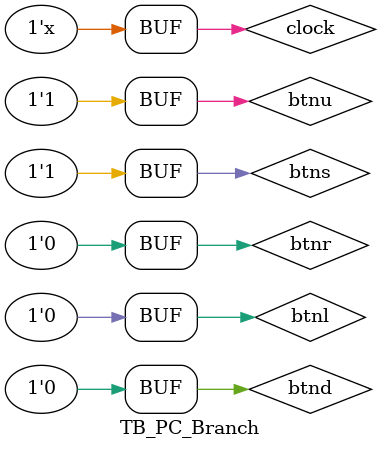
<source format=v>
`timescale 1ns / 1ps


module TB_PC_Branch;

	// Inputs
	reg clock;
	reg btns;
	reg btnu;
	reg btnd;
	reg btnr;
	reg btnl;
	reg [7:0] new_count;

	// Outputs
	wire a;
	wire b;
	wire c;
	wire d;
	wire e;
	wire ff;
	wire g;
	wire dp;
	wire [3:0] an;

	// Instantiate the Unit Under Test (UUT)
	PC_Branch uut (
		.clock(clock), 
		.btns(btns), 
		.btnu(btnu), 
		.btnd(btnd), 
		.btnr(btnr), 
		.btnl(btnl), 
		.new_count(new_count), 
		.a(a), 
		.b(b), 
		.c(c), 
		.d(d), 
		.e(e), 
		.ff(ff), 
		.g(g), 
		.dp(dp), 
		.an(an)
	);

	
	initial begin
		  clock = 0; btns = 0; btnu = 0; btnd = 0; btnr = 0; btnl=0;    
	#15000 clock = 1; btns = 0; btnu = 0; btnd = 0; btnr = 0; btnl=0; 
	
	#25000 clock = 0; btns = 1; btnu = 1; btnd = 0; btnr = 0; btnl=0; 
	#25000 clock = 1; btns = 1; btnu = 1; btnd = 0; btnr = 0; btnl=0;
	
	/*#15000 btns = 1; btnu = 1; btnd = 0; btnr = 0; btnl=0; 
	#15000 btns = 1; btnu = 1; btnd = 0; btnr = 0; btnl=0;
	
	#15000 btns = 1; btnu = 0; btnd = 1; btnr = 0; btnl=0;
	#15000 btns = 1; btnu = 0; btnd = 1; btnr = 0; btnl=0;
	
	#15000 btns = 1; btnu = 0; btnd = 1; btnr = 0; btnl=0;
	#15000 btns = 1; btnu = 0; btnd = 1; btnr = 0; btnl=0;
	
	#15000 btns = 1; btnu = 0; btnd = 0; btnr = 1; btnl=0; new_count = 7;		
	#15000 btns = 1; btnu = 0; btnd = 0; btnr = 1; btnl=0; new_count = 7; 	

	#15000 btns = 1; btnu = 0; btnd = 0; btnr = 0; btnl=1; new_count = 5; 		
	#15000 btns = 1; btnu = 0; btnd = 0; btnr = 0; btnl=1; new_count = 5;
 	
	#15000 btns = 1; btnu = 0; btnd = 0; btnr = 0; btnl=0; new_count = 3; 	
	#15000 btns = 1; btnu = 0; btnd = 0; btnr = 0; btnl=0; new_count = 3;*/

	end
      
		always begin
		#10 clock =~clock;
		end
      
endmodule


</source>
